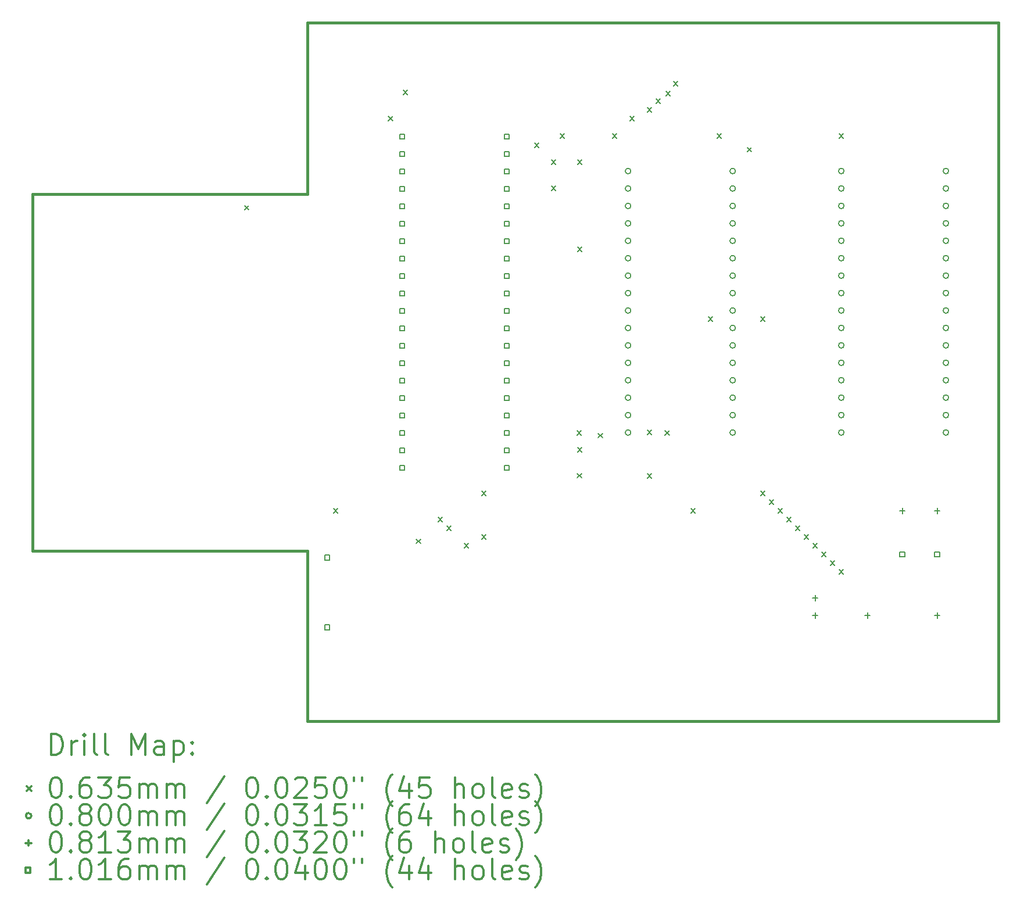
<source format=gbr>
%FSLAX45Y45*%
G04 Gerber Fmt 4.5, Leading zero omitted, Abs format (unit mm)*
G04 Created by KiCad (PCBNEW 5.1.10) date 2021-08-31 10:29:55*
%MOMM*%
%LPD*%
G01*
G04 APERTURE LIST*
%TA.AperFunction,Profile*%
%ADD10C,0.381000*%
%TD*%
%ADD11C,0.200000*%
%ADD12C,0.300000*%
G04 APERTURE END LIST*
D10*
X17018000Y-13481050D02*
X17018000Y-13031216D01*
X6951726Y-13481050D02*
X17018000Y-13481050D01*
X6951726Y-13081000D02*
X6951726Y-13481050D01*
X2951734Y-5797550D02*
X2951734Y-10997438D01*
X17018000Y-3302000D02*
X17018000Y-3702050D01*
X6951726Y-3302000D02*
X17018000Y-3302000D01*
X6951726Y-3702050D02*
X6951726Y-3302000D01*
X17018000Y-13031216D02*
X17018000Y-3702050D01*
X6951726Y-5797550D02*
X6951726Y-3702050D01*
X6951726Y-10997438D02*
X2951734Y-10997438D01*
X2951734Y-5797550D02*
X6951726Y-5797550D01*
X6951726Y-10997438D02*
X6951726Y-13081000D01*
D11*
X6036310Y-5965190D02*
X6099810Y-6028690D01*
X6099810Y-5965190D02*
X6036310Y-6028690D01*
X7334250Y-10382250D02*
X7397750Y-10445750D01*
X7397750Y-10382250D02*
X7334250Y-10445750D01*
X8135271Y-4667250D02*
X8198771Y-4730750D01*
X8198771Y-4667250D02*
X8135271Y-4730750D01*
X8350250Y-4286250D02*
X8413750Y-4349750D01*
X8413750Y-4286250D02*
X8350250Y-4349750D01*
X8540750Y-10826750D02*
X8604250Y-10890250D01*
X8604250Y-10826750D02*
X8540750Y-10890250D01*
X8858250Y-10509250D02*
X8921750Y-10572750D01*
X8921750Y-10509250D02*
X8858250Y-10572750D01*
X8985250Y-10636250D02*
X9048750Y-10699750D01*
X9048750Y-10636250D02*
X8985250Y-10699750D01*
X9239250Y-10890250D02*
X9302750Y-10953750D01*
X9302750Y-10890250D02*
X9239250Y-10953750D01*
X9493250Y-10128250D02*
X9556750Y-10191750D01*
X9556750Y-10128250D02*
X9493250Y-10191750D01*
X9493250Y-10763250D02*
X9556750Y-10826750D01*
X9556750Y-10763250D02*
X9493250Y-10826750D01*
X10261600Y-5054600D02*
X10325100Y-5118100D01*
X10325100Y-5054600D02*
X10261600Y-5118100D01*
X10509250Y-5302250D02*
X10572750Y-5365750D01*
X10572750Y-5302250D02*
X10509250Y-5365750D01*
X10509250Y-5683250D02*
X10572750Y-5746750D01*
X10572750Y-5683250D02*
X10509250Y-5746750D01*
X10636250Y-4921250D02*
X10699750Y-4984750D01*
X10699750Y-4921250D02*
X10636250Y-4984750D01*
X10881706Y-9247794D02*
X10945206Y-9311294D01*
X10945206Y-9247794D02*
X10881706Y-9311294D01*
X10883900Y-9867900D02*
X10947400Y-9931400D01*
X10947400Y-9867900D02*
X10883900Y-9931400D01*
X10890250Y-5302250D02*
X10953750Y-5365750D01*
X10953750Y-5302250D02*
X10890250Y-5365750D01*
X10890250Y-6572250D02*
X10953750Y-6635750D01*
X10953750Y-6572250D02*
X10890250Y-6635750D01*
X10890250Y-9493250D02*
X10953750Y-9556750D01*
X10953750Y-9493250D02*
X10890250Y-9556750D01*
X11189588Y-9284588D02*
X11253088Y-9348088D01*
X11253088Y-9284588D02*
X11189588Y-9348088D01*
X11398250Y-4921250D02*
X11461750Y-4984750D01*
X11461750Y-4921250D02*
X11398250Y-4984750D01*
X11652250Y-4667250D02*
X11715750Y-4730750D01*
X11715750Y-4667250D02*
X11652250Y-4730750D01*
X11906250Y-4540250D02*
X11969750Y-4603750D01*
X11969750Y-4540250D02*
X11906250Y-4603750D01*
X11906250Y-9239250D02*
X11969750Y-9302750D01*
X11969750Y-9239250D02*
X11906250Y-9302750D01*
X11906250Y-9874250D02*
X11969750Y-9937750D01*
X11969750Y-9874250D02*
X11906250Y-9937750D01*
X12033250Y-4413250D02*
X12096750Y-4476750D01*
X12096750Y-4413250D02*
X12033250Y-4476750D01*
X12165711Y-9244711D02*
X12229211Y-9308211D01*
X12229211Y-9244711D02*
X12165711Y-9308211D01*
X12175650Y-4301650D02*
X12239150Y-4365150D01*
X12239150Y-4301650D02*
X12175650Y-4365150D01*
X12287250Y-4159250D02*
X12350750Y-4222750D01*
X12350750Y-4159250D02*
X12287250Y-4222750D01*
X12541250Y-10382250D02*
X12604750Y-10445750D01*
X12604750Y-10382250D02*
X12541250Y-10445750D01*
X12795250Y-7588250D02*
X12858750Y-7651750D01*
X12858750Y-7588250D02*
X12795250Y-7651750D01*
X12922250Y-4921250D02*
X12985750Y-4984750D01*
X12985750Y-4921250D02*
X12922250Y-4984750D01*
X13361650Y-5116850D02*
X13425150Y-5180350D01*
X13425150Y-5116850D02*
X13361650Y-5180350D01*
X13557250Y-7588250D02*
X13620750Y-7651750D01*
X13620750Y-7588250D02*
X13557250Y-7651750D01*
X13557250Y-10128250D02*
X13620750Y-10191750D01*
X13620750Y-10128250D02*
X13557250Y-10191750D01*
X13684250Y-10255250D02*
X13747750Y-10318750D01*
X13747750Y-10255250D02*
X13684250Y-10318750D01*
X13811250Y-10382250D02*
X13874750Y-10445750D01*
X13874750Y-10382250D02*
X13811250Y-10445750D01*
X13938250Y-10509250D02*
X14001750Y-10572750D01*
X14001750Y-10509250D02*
X13938250Y-10572750D01*
X14065250Y-10636250D02*
X14128750Y-10699750D01*
X14128750Y-10636250D02*
X14065250Y-10699750D01*
X14192250Y-10763250D02*
X14255750Y-10826750D01*
X14255750Y-10763250D02*
X14192250Y-10826750D01*
X14319250Y-10890250D02*
X14382750Y-10953750D01*
X14382750Y-10890250D02*
X14319250Y-10953750D01*
X14446250Y-11017250D02*
X14509750Y-11080750D01*
X14509750Y-11017250D02*
X14446250Y-11080750D01*
X14573250Y-11144250D02*
X14636750Y-11207750D01*
X14636750Y-11144250D02*
X14573250Y-11207750D01*
X14700250Y-4921250D02*
X14763750Y-4984750D01*
X14763750Y-4921250D02*
X14700250Y-4984750D01*
X14700250Y-11271250D02*
X14763750Y-11334750D01*
X14763750Y-11271250D02*
X14700250Y-11334750D01*
X11665600Y-5462660D02*
G75*
G03*
X11665600Y-5462660I-40000J0D01*
G01*
X11665600Y-5716660D02*
G75*
G03*
X11665600Y-5716660I-40000J0D01*
G01*
X11665600Y-5970660D02*
G75*
G03*
X11665600Y-5970660I-40000J0D01*
G01*
X11665600Y-6224660D02*
G75*
G03*
X11665600Y-6224660I-40000J0D01*
G01*
X11665600Y-6478660D02*
G75*
G03*
X11665600Y-6478660I-40000J0D01*
G01*
X11665600Y-6732660D02*
G75*
G03*
X11665600Y-6732660I-40000J0D01*
G01*
X11665600Y-6986660D02*
G75*
G03*
X11665600Y-6986660I-40000J0D01*
G01*
X11665600Y-7240660D02*
G75*
G03*
X11665600Y-7240660I-40000J0D01*
G01*
X11665600Y-7494660D02*
G75*
G03*
X11665600Y-7494660I-40000J0D01*
G01*
X11665600Y-7748660D02*
G75*
G03*
X11665600Y-7748660I-40000J0D01*
G01*
X11665600Y-8002660D02*
G75*
G03*
X11665600Y-8002660I-40000J0D01*
G01*
X11665600Y-8256660D02*
G75*
G03*
X11665600Y-8256660I-40000J0D01*
G01*
X11665600Y-8510660D02*
G75*
G03*
X11665600Y-8510660I-40000J0D01*
G01*
X11665600Y-8764660D02*
G75*
G03*
X11665600Y-8764660I-40000J0D01*
G01*
X11665600Y-9018660D02*
G75*
G03*
X11665600Y-9018660I-40000J0D01*
G01*
X11665600Y-9272660D02*
G75*
G03*
X11665600Y-9272660I-40000J0D01*
G01*
X13189600Y-5462660D02*
G75*
G03*
X13189600Y-5462660I-40000J0D01*
G01*
X13189600Y-5716660D02*
G75*
G03*
X13189600Y-5716660I-40000J0D01*
G01*
X13189600Y-5970660D02*
G75*
G03*
X13189600Y-5970660I-40000J0D01*
G01*
X13189600Y-6224660D02*
G75*
G03*
X13189600Y-6224660I-40000J0D01*
G01*
X13189600Y-6478660D02*
G75*
G03*
X13189600Y-6478660I-40000J0D01*
G01*
X13189600Y-6732660D02*
G75*
G03*
X13189600Y-6732660I-40000J0D01*
G01*
X13189600Y-6986660D02*
G75*
G03*
X13189600Y-6986660I-40000J0D01*
G01*
X13189600Y-7240660D02*
G75*
G03*
X13189600Y-7240660I-40000J0D01*
G01*
X13189600Y-7494660D02*
G75*
G03*
X13189600Y-7494660I-40000J0D01*
G01*
X13189600Y-7748660D02*
G75*
G03*
X13189600Y-7748660I-40000J0D01*
G01*
X13189600Y-8002660D02*
G75*
G03*
X13189600Y-8002660I-40000J0D01*
G01*
X13189600Y-8256660D02*
G75*
G03*
X13189600Y-8256660I-40000J0D01*
G01*
X13189600Y-8510660D02*
G75*
G03*
X13189600Y-8510660I-40000J0D01*
G01*
X13189600Y-8764660D02*
G75*
G03*
X13189600Y-8764660I-40000J0D01*
G01*
X13189600Y-9018660D02*
G75*
G03*
X13189600Y-9018660I-40000J0D01*
G01*
X13189600Y-9272660D02*
G75*
G03*
X13189600Y-9272660I-40000J0D01*
G01*
X14772000Y-5462660D02*
G75*
G03*
X14772000Y-5462660I-40000J0D01*
G01*
X14772000Y-5716660D02*
G75*
G03*
X14772000Y-5716660I-40000J0D01*
G01*
X14772000Y-5970660D02*
G75*
G03*
X14772000Y-5970660I-40000J0D01*
G01*
X14772000Y-6224660D02*
G75*
G03*
X14772000Y-6224660I-40000J0D01*
G01*
X14772000Y-6478660D02*
G75*
G03*
X14772000Y-6478660I-40000J0D01*
G01*
X14772000Y-6732660D02*
G75*
G03*
X14772000Y-6732660I-40000J0D01*
G01*
X14772000Y-6986660D02*
G75*
G03*
X14772000Y-6986660I-40000J0D01*
G01*
X14772000Y-7240660D02*
G75*
G03*
X14772000Y-7240660I-40000J0D01*
G01*
X14772000Y-7494660D02*
G75*
G03*
X14772000Y-7494660I-40000J0D01*
G01*
X14772000Y-7748660D02*
G75*
G03*
X14772000Y-7748660I-40000J0D01*
G01*
X14772000Y-8002660D02*
G75*
G03*
X14772000Y-8002660I-40000J0D01*
G01*
X14772000Y-8256660D02*
G75*
G03*
X14772000Y-8256660I-40000J0D01*
G01*
X14772000Y-8510660D02*
G75*
G03*
X14772000Y-8510660I-40000J0D01*
G01*
X14772000Y-8764660D02*
G75*
G03*
X14772000Y-8764660I-40000J0D01*
G01*
X14772000Y-9018660D02*
G75*
G03*
X14772000Y-9018660I-40000J0D01*
G01*
X14772000Y-9272660D02*
G75*
G03*
X14772000Y-9272660I-40000J0D01*
G01*
X16296000Y-5462660D02*
G75*
G03*
X16296000Y-5462660I-40000J0D01*
G01*
X16296000Y-5716660D02*
G75*
G03*
X16296000Y-5716660I-40000J0D01*
G01*
X16296000Y-5970660D02*
G75*
G03*
X16296000Y-5970660I-40000J0D01*
G01*
X16296000Y-6224660D02*
G75*
G03*
X16296000Y-6224660I-40000J0D01*
G01*
X16296000Y-6478660D02*
G75*
G03*
X16296000Y-6478660I-40000J0D01*
G01*
X16296000Y-6732660D02*
G75*
G03*
X16296000Y-6732660I-40000J0D01*
G01*
X16296000Y-6986660D02*
G75*
G03*
X16296000Y-6986660I-40000J0D01*
G01*
X16296000Y-7240660D02*
G75*
G03*
X16296000Y-7240660I-40000J0D01*
G01*
X16296000Y-7494660D02*
G75*
G03*
X16296000Y-7494660I-40000J0D01*
G01*
X16296000Y-7748660D02*
G75*
G03*
X16296000Y-7748660I-40000J0D01*
G01*
X16296000Y-8002660D02*
G75*
G03*
X16296000Y-8002660I-40000J0D01*
G01*
X16296000Y-8256660D02*
G75*
G03*
X16296000Y-8256660I-40000J0D01*
G01*
X16296000Y-8510660D02*
G75*
G03*
X16296000Y-8510660I-40000J0D01*
G01*
X16296000Y-8764660D02*
G75*
G03*
X16296000Y-8764660I-40000J0D01*
G01*
X16296000Y-9018660D02*
G75*
G03*
X16296000Y-9018660I-40000J0D01*
G01*
X16296000Y-9272660D02*
G75*
G03*
X16296000Y-9272660I-40000J0D01*
G01*
X14351000Y-11643360D02*
X14351000Y-11724640D01*
X14310360Y-11684000D02*
X14391640Y-11684000D01*
X14351000Y-11897360D02*
X14351000Y-11978640D01*
X14310360Y-11938000D02*
X14391640Y-11938000D01*
X15113000Y-11897360D02*
X15113000Y-11978640D01*
X15072360Y-11938000D02*
X15153640Y-11938000D01*
X15621000Y-10373360D02*
X15621000Y-10454640D01*
X15580360Y-10414000D02*
X15661640Y-10414000D01*
X16129000Y-10373360D02*
X16129000Y-10454640D01*
X16088360Y-10414000D02*
X16169640Y-10414000D01*
X16129000Y-11897360D02*
X16129000Y-11978640D01*
X16088360Y-11938000D02*
X16169640Y-11938000D01*
X7280255Y-11129371D02*
X7280255Y-11057529D01*
X7208413Y-11057529D01*
X7208413Y-11129371D01*
X7280255Y-11129371D01*
X7280255Y-12145371D02*
X7280255Y-12073529D01*
X7208413Y-12073529D01*
X7208413Y-12145371D01*
X7280255Y-12145371D01*
X8372455Y-4995271D02*
X8372455Y-4923429D01*
X8300613Y-4923429D01*
X8300613Y-4995271D01*
X8372455Y-4995271D01*
X8372455Y-5249271D02*
X8372455Y-5177429D01*
X8300613Y-5177429D01*
X8300613Y-5249271D01*
X8372455Y-5249271D01*
X8372455Y-5503271D02*
X8372455Y-5431429D01*
X8300613Y-5431429D01*
X8300613Y-5503271D01*
X8372455Y-5503271D01*
X8372455Y-5757271D02*
X8372455Y-5685429D01*
X8300613Y-5685429D01*
X8300613Y-5757271D01*
X8372455Y-5757271D01*
X8372455Y-6011271D02*
X8372455Y-5939429D01*
X8300613Y-5939429D01*
X8300613Y-6011271D01*
X8372455Y-6011271D01*
X8372455Y-6265271D02*
X8372455Y-6193429D01*
X8300613Y-6193429D01*
X8300613Y-6265271D01*
X8372455Y-6265271D01*
X8372455Y-6519271D02*
X8372455Y-6447429D01*
X8300613Y-6447429D01*
X8300613Y-6519271D01*
X8372455Y-6519271D01*
X8372455Y-6773271D02*
X8372455Y-6701429D01*
X8300613Y-6701429D01*
X8300613Y-6773271D01*
X8372455Y-6773271D01*
X8372455Y-7027271D02*
X8372455Y-6955429D01*
X8300613Y-6955429D01*
X8300613Y-7027271D01*
X8372455Y-7027271D01*
X8372455Y-7281271D02*
X8372455Y-7209429D01*
X8300613Y-7209429D01*
X8300613Y-7281271D01*
X8372455Y-7281271D01*
X8372455Y-7535271D02*
X8372455Y-7463429D01*
X8300613Y-7463429D01*
X8300613Y-7535271D01*
X8372455Y-7535271D01*
X8372455Y-7789271D02*
X8372455Y-7717429D01*
X8300613Y-7717429D01*
X8300613Y-7789271D01*
X8372455Y-7789271D01*
X8372455Y-8043271D02*
X8372455Y-7971429D01*
X8300613Y-7971429D01*
X8300613Y-8043271D01*
X8372455Y-8043271D01*
X8372455Y-8297271D02*
X8372455Y-8225429D01*
X8300613Y-8225429D01*
X8300613Y-8297271D01*
X8372455Y-8297271D01*
X8372455Y-8551271D02*
X8372455Y-8479429D01*
X8300613Y-8479429D01*
X8300613Y-8551271D01*
X8372455Y-8551271D01*
X8372455Y-8805271D02*
X8372455Y-8733429D01*
X8300613Y-8733429D01*
X8300613Y-8805271D01*
X8372455Y-8805271D01*
X8372455Y-9059271D02*
X8372455Y-8987429D01*
X8300613Y-8987429D01*
X8300613Y-9059271D01*
X8372455Y-9059271D01*
X8372455Y-9313271D02*
X8372455Y-9241429D01*
X8300613Y-9241429D01*
X8300613Y-9313271D01*
X8372455Y-9313271D01*
X8372455Y-9567271D02*
X8372455Y-9495429D01*
X8300613Y-9495429D01*
X8300613Y-9567271D01*
X8372455Y-9567271D01*
X8372455Y-9821271D02*
X8372455Y-9749429D01*
X8300613Y-9749429D01*
X8300613Y-9821271D01*
X8372455Y-9821271D01*
X9896455Y-4995271D02*
X9896455Y-4923429D01*
X9824613Y-4923429D01*
X9824613Y-4995271D01*
X9896455Y-4995271D01*
X9896455Y-5249271D02*
X9896455Y-5177429D01*
X9824613Y-5177429D01*
X9824613Y-5249271D01*
X9896455Y-5249271D01*
X9896455Y-5503271D02*
X9896455Y-5431429D01*
X9824613Y-5431429D01*
X9824613Y-5503271D01*
X9896455Y-5503271D01*
X9896455Y-5757271D02*
X9896455Y-5685429D01*
X9824613Y-5685429D01*
X9824613Y-5757271D01*
X9896455Y-5757271D01*
X9896455Y-6011271D02*
X9896455Y-5939429D01*
X9824613Y-5939429D01*
X9824613Y-6011271D01*
X9896455Y-6011271D01*
X9896455Y-6265271D02*
X9896455Y-6193429D01*
X9824613Y-6193429D01*
X9824613Y-6265271D01*
X9896455Y-6265271D01*
X9896455Y-6519271D02*
X9896455Y-6447429D01*
X9824613Y-6447429D01*
X9824613Y-6519271D01*
X9896455Y-6519271D01*
X9896455Y-6773271D02*
X9896455Y-6701429D01*
X9824613Y-6701429D01*
X9824613Y-6773271D01*
X9896455Y-6773271D01*
X9896455Y-7027271D02*
X9896455Y-6955429D01*
X9824613Y-6955429D01*
X9824613Y-7027271D01*
X9896455Y-7027271D01*
X9896455Y-7281271D02*
X9896455Y-7209429D01*
X9824613Y-7209429D01*
X9824613Y-7281271D01*
X9896455Y-7281271D01*
X9896455Y-7535271D02*
X9896455Y-7463429D01*
X9824613Y-7463429D01*
X9824613Y-7535271D01*
X9896455Y-7535271D01*
X9896455Y-7789271D02*
X9896455Y-7717429D01*
X9824613Y-7717429D01*
X9824613Y-7789271D01*
X9896455Y-7789271D01*
X9896455Y-8043271D02*
X9896455Y-7971429D01*
X9824613Y-7971429D01*
X9824613Y-8043271D01*
X9896455Y-8043271D01*
X9896455Y-8297271D02*
X9896455Y-8225429D01*
X9824613Y-8225429D01*
X9824613Y-8297271D01*
X9896455Y-8297271D01*
X9896455Y-8551271D02*
X9896455Y-8479429D01*
X9824613Y-8479429D01*
X9824613Y-8551271D01*
X9896455Y-8551271D01*
X9896455Y-8805271D02*
X9896455Y-8733429D01*
X9824613Y-8733429D01*
X9824613Y-8805271D01*
X9896455Y-8805271D01*
X9896455Y-9059271D02*
X9896455Y-8987429D01*
X9824613Y-8987429D01*
X9824613Y-9059271D01*
X9896455Y-9059271D01*
X9896455Y-9313271D02*
X9896455Y-9241429D01*
X9824613Y-9241429D01*
X9824613Y-9313271D01*
X9896455Y-9313271D01*
X9896455Y-9567271D02*
X9896455Y-9495429D01*
X9824613Y-9495429D01*
X9824613Y-9567271D01*
X9896455Y-9567271D01*
X9896455Y-9821271D02*
X9896455Y-9749429D01*
X9824613Y-9749429D01*
X9824613Y-9821271D01*
X9896455Y-9821271D01*
X15656921Y-11084921D02*
X15656921Y-11013079D01*
X15585079Y-11013079D01*
X15585079Y-11084921D01*
X15656921Y-11084921D01*
X16164921Y-11084921D02*
X16164921Y-11013079D01*
X16093079Y-11013079D01*
X16093079Y-11084921D01*
X16164921Y-11084921D01*
D12*
X3219112Y-13965814D02*
X3219112Y-13665814D01*
X3290541Y-13665814D01*
X3333398Y-13680100D01*
X3361970Y-13708671D01*
X3376255Y-13737243D01*
X3390541Y-13794386D01*
X3390541Y-13837243D01*
X3376255Y-13894386D01*
X3361970Y-13922957D01*
X3333398Y-13951529D01*
X3290541Y-13965814D01*
X3219112Y-13965814D01*
X3519112Y-13965814D02*
X3519112Y-13765814D01*
X3519112Y-13822957D02*
X3533398Y-13794386D01*
X3547684Y-13780100D01*
X3576255Y-13765814D01*
X3604827Y-13765814D01*
X3704827Y-13965814D02*
X3704827Y-13765814D01*
X3704827Y-13665814D02*
X3690541Y-13680100D01*
X3704827Y-13694386D01*
X3719112Y-13680100D01*
X3704827Y-13665814D01*
X3704827Y-13694386D01*
X3890541Y-13965814D02*
X3861970Y-13951529D01*
X3847684Y-13922957D01*
X3847684Y-13665814D01*
X4047684Y-13965814D02*
X4019112Y-13951529D01*
X4004827Y-13922957D01*
X4004827Y-13665814D01*
X4390541Y-13965814D02*
X4390541Y-13665814D01*
X4490541Y-13880100D01*
X4590541Y-13665814D01*
X4590541Y-13965814D01*
X4861970Y-13965814D02*
X4861970Y-13808671D01*
X4847684Y-13780100D01*
X4819112Y-13765814D01*
X4761970Y-13765814D01*
X4733398Y-13780100D01*
X4861970Y-13951529D02*
X4833398Y-13965814D01*
X4761970Y-13965814D01*
X4733398Y-13951529D01*
X4719112Y-13922957D01*
X4719112Y-13894386D01*
X4733398Y-13865814D01*
X4761970Y-13851529D01*
X4833398Y-13851529D01*
X4861970Y-13837243D01*
X5004827Y-13765814D02*
X5004827Y-14065814D01*
X5004827Y-13780100D02*
X5033398Y-13765814D01*
X5090541Y-13765814D01*
X5119112Y-13780100D01*
X5133398Y-13794386D01*
X5147684Y-13822957D01*
X5147684Y-13908671D01*
X5133398Y-13937243D01*
X5119112Y-13951529D01*
X5090541Y-13965814D01*
X5033398Y-13965814D01*
X5004827Y-13951529D01*
X5276255Y-13937243D02*
X5290541Y-13951529D01*
X5276255Y-13965814D01*
X5261970Y-13951529D01*
X5276255Y-13937243D01*
X5276255Y-13965814D01*
X5276255Y-13780100D02*
X5290541Y-13794386D01*
X5276255Y-13808671D01*
X5261970Y-13794386D01*
X5276255Y-13780100D01*
X5276255Y-13808671D01*
X2869184Y-14428350D02*
X2932684Y-14491850D01*
X2932684Y-14428350D02*
X2869184Y-14491850D01*
X3276255Y-14295814D02*
X3304827Y-14295814D01*
X3333398Y-14310100D01*
X3347684Y-14324386D01*
X3361970Y-14352957D01*
X3376255Y-14410100D01*
X3376255Y-14481529D01*
X3361970Y-14538671D01*
X3347684Y-14567243D01*
X3333398Y-14581529D01*
X3304827Y-14595814D01*
X3276255Y-14595814D01*
X3247684Y-14581529D01*
X3233398Y-14567243D01*
X3219112Y-14538671D01*
X3204827Y-14481529D01*
X3204827Y-14410100D01*
X3219112Y-14352957D01*
X3233398Y-14324386D01*
X3247684Y-14310100D01*
X3276255Y-14295814D01*
X3504827Y-14567243D02*
X3519112Y-14581529D01*
X3504827Y-14595814D01*
X3490541Y-14581529D01*
X3504827Y-14567243D01*
X3504827Y-14595814D01*
X3776255Y-14295814D02*
X3719112Y-14295814D01*
X3690541Y-14310100D01*
X3676255Y-14324386D01*
X3647684Y-14367243D01*
X3633398Y-14424386D01*
X3633398Y-14538671D01*
X3647684Y-14567243D01*
X3661970Y-14581529D01*
X3690541Y-14595814D01*
X3747684Y-14595814D01*
X3776255Y-14581529D01*
X3790541Y-14567243D01*
X3804827Y-14538671D01*
X3804827Y-14467243D01*
X3790541Y-14438671D01*
X3776255Y-14424386D01*
X3747684Y-14410100D01*
X3690541Y-14410100D01*
X3661970Y-14424386D01*
X3647684Y-14438671D01*
X3633398Y-14467243D01*
X3904827Y-14295814D02*
X4090541Y-14295814D01*
X3990541Y-14410100D01*
X4033398Y-14410100D01*
X4061970Y-14424386D01*
X4076255Y-14438671D01*
X4090541Y-14467243D01*
X4090541Y-14538671D01*
X4076255Y-14567243D01*
X4061970Y-14581529D01*
X4033398Y-14595814D01*
X3947684Y-14595814D01*
X3919112Y-14581529D01*
X3904827Y-14567243D01*
X4361970Y-14295814D02*
X4219112Y-14295814D01*
X4204827Y-14438671D01*
X4219112Y-14424386D01*
X4247684Y-14410100D01*
X4319112Y-14410100D01*
X4347684Y-14424386D01*
X4361970Y-14438671D01*
X4376255Y-14467243D01*
X4376255Y-14538671D01*
X4361970Y-14567243D01*
X4347684Y-14581529D01*
X4319112Y-14595814D01*
X4247684Y-14595814D01*
X4219112Y-14581529D01*
X4204827Y-14567243D01*
X4504827Y-14595814D02*
X4504827Y-14395814D01*
X4504827Y-14424386D02*
X4519112Y-14410100D01*
X4547684Y-14395814D01*
X4590541Y-14395814D01*
X4619112Y-14410100D01*
X4633398Y-14438671D01*
X4633398Y-14595814D01*
X4633398Y-14438671D02*
X4647684Y-14410100D01*
X4676255Y-14395814D01*
X4719112Y-14395814D01*
X4747684Y-14410100D01*
X4761970Y-14438671D01*
X4761970Y-14595814D01*
X4904827Y-14595814D02*
X4904827Y-14395814D01*
X4904827Y-14424386D02*
X4919112Y-14410100D01*
X4947684Y-14395814D01*
X4990541Y-14395814D01*
X5019112Y-14410100D01*
X5033398Y-14438671D01*
X5033398Y-14595814D01*
X5033398Y-14438671D02*
X5047684Y-14410100D01*
X5076255Y-14395814D01*
X5119112Y-14395814D01*
X5147684Y-14410100D01*
X5161970Y-14438671D01*
X5161970Y-14595814D01*
X5747684Y-14281529D02*
X5490541Y-14667243D01*
X6133398Y-14295814D02*
X6161970Y-14295814D01*
X6190541Y-14310100D01*
X6204827Y-14324386D01*
X6219112Y-14352957D01*
X6233398Y-14410100D01*
X6233398Y-14481529D01*
X6219112Y-14538671D01*
X6204827Y-14567243D01*
X6190541Y-14581529D01*
X6161970Y-14595814D01*
X6133398Y-14595814D01*
X6104827Y-14581529D01*
X6090541Y-14567243D01*
X6076255Y-14538671D01*
X6061970Y-14481529D01*
X6061970Y-14410100D01*
X6076255Y-14352957D01*
X6090541Y-14324386D01*
X6104827Y-14310100D01*
X6133398Y-14295814D01*
X6361970Y-14567243D02*
X6376255Y-14581529D01*
X6361970Y-14595814D01*
X6347684Y-14581529D01*
X6361970Y-14567243D01*
X6361970Y-14595814D01*
X6561970Y-14295814D02*
X6590541Y-14295814D01*
X6619112Y-14310100D01*
X6633398Y-14324386D01*
X6647684Y-14352957D01*
X6661970Y-14410100D01*
X6661970Y-14481529D01*
X6647684Y-14538671D01*
X6633398Y-14567243D01*
X6619112Y-14581529D01*
X6590541Y-14595814D01*
X6561970Y-14595814D01*
X6533398Y-14581529D01*
X6519112Y-14567243D01*
X6504827Y-14538671D01*
X6490541Y-14481529D01*
X6490541Y-14410100D01*
X6504827Y-14352957D01*
X6519112Y-14324386D01*
X6533398Y-14310100D01*
X6561970Y-14295814D01*
X6776255Y-14324386D02*
X6790541Y-14310100D01*
X6819112Y-14295814D01*
X6890541Y-14295814D01*
X6919112Y-14310100D01*
X6933398Y-14324386D01*
X6947684Y-14352957D01*
X6947684Y-14381529D01*
X6933398Y-14424386D01*
X6761970Y-14595814D01*
X6947684Y-14595814D01*
X7219112Y-14295814D02*
X7076255Y-14295814D01*
X7061970Y-14438671D01*
X7076255Y-14424386D01*
X7104827Y-14410100D01*
X7176255Y-14410100D01*
X7204827Y-14424386D01*
X7219112Y-14438671D01*
X7233398Y-14467243D01*
X7233398Y-14538671D01*
X7219112Y-14567243D01*
X7204827Y-14581529D01*
X7176255Y-14595814D01*
X7104827Y-14595814D01*
X7076255Y-14581529D01*
X7061970Y-14567243D01*
X7419112Y-14295814D02*
X7447684Y-14295814D01*
X7476255Y-14310100D01*
X7490541Y-14324386D01*
X7504827Y-14352957D01*
X7519112Y-14410100D01*
X7519112Y-14481529D01*
X7504827Y-14538671D01*
X7490541Y-14567243D01*
X7476255Y-14581529D01*
X7447684Y-14595814D01*
X7419112Y-14595814D01*
X7390541Y-14581529D01*
X7376255Y-14567243D01*
X7361970Y-14538671D01*
X7347684Y-14481529D01*
X7347684Y-14410100D01*
X7361970Y-14352957D01*
X7376255Y-14324386D01*
X7390541Y-14310100D01*
X7419112Y-14295814D01*
X7633398Y-14295814D02*
X7633398Y-14352957D01*
X7747684Y-14295814D02*
X7747684Y-14352957D01*
X8190541Y-14710100D02*
X8176255Y-14695814D01*
X8147684Y-14652957D01*
X8133398Y-14624386D01*
X8119112Y-14581529D01*
X8104827Y-14510100D01*
X8104827Y-14452957D01*
X8119112Y-14381529D01*
X8133398Y-14338671D01*
X8147684Y-14310100D01*
X8176255Y-14267243D01*
X8190541Y-14252957D01*
X8433398Y-14395814D02*
X8433398Y-14595814D01*
X8361970Y-14281529D02*
X8290541Y-14495814D01*
X8476255Y-14495814D01*
X8733398Y-14295814D02*
X8590541Y-14295814D01*
X8576255Y-14438671D01*
X8590541Y-14424386D01*
X8619112Y-14410100D01*
X8690541Y-14410100D01*
X8719112Y-14424386D01*
X8733398Y-14438671D01*
X8747684Y-14467243D01*
X8747684Y-14538671D01*
X8733398Y-14567243D01*
X8719112Y-14581529D01*
X8690541Y-14595814D01*
X8619112Y-14595814D01*
X8590541Y-14581529D01*
X8576255Y-14567243D01*
X9104827Y-14595814D02*
X9104827Y-14295814D01*
X9233398Y-14595814D02*
X9233398Y-14438671D01*
X9219112Y-14410100D01*
X9190541Y-14395814D01*
X9147684Y-14395814D01*
X9119112Y-14410100D01*
X9104827Y-14424386D01*
X9419112Y-14595814D02*
X9390541Y-14581529D01*
X9376255Y-14567243D01*
X9361970Y-14538671D01*
X9361970Y-14452957D01*
X9376255Y-14424386D01*
X9390541Y-14410100D01*
X9419112Y-14395814D01*
X9461970Y-14395814D01*
X9490541Y-14410100D01*
X9504827Y-14424386D01*
X9519112Y-14452957D01*
X9519112Y-14538671D01*
X9504827Y-14567243D01*
X9490541Y-14581529D01*
X9461970Y-14595814D01*
X9419112Y-14595814D01*
X9690541Y-14595814D02*
X9661970Y-14581529D01*
X9647684Y-14552957D01*
X9647684Y-14295814D01*
X9919112Y-14581529D02*
X9890541Y-14595814D01*
X9833398Y-14595814D01*
X9804827Y-14581529D01*
X9790541Y-14552957D01*
X9790541Y-14438671D01*
X9804827Y-14410100D01*
X9833398Y-14395814D01*
X9890541Y-14395814D01*
X9919112Y-14410100D01*
X9933398Y-14438671D01*
X9933398Y-14467243D01*
X9790541Y-14495814D01*
X10047684Y-14581529D02*
X10076255Y-14595814D01*
X10133398Y-14595814D01*
X10161970Y-14581529D01*
X10176255Y-14552957D01*
X10176255Y-14538671D01*
X10161970Y-14510100D01*
X10133398Y-14495814D01*
X10090541Y-14495814D01*
X10061970Y-14481529D01*
X10047684Y-14452957D01*
X10047684Y-14438671D01*
X10061970Y-14410100D01*
X10090541Y-14395814D01*
X10133398Y-14395814D01*
X10161970Y-14410100D01*
X10276255Y-14710100D02*
X10290541Y-14695814D01*
X10319112Y-14652957D01*
X10333398Y-14624386D01*
X10347684Y-14581529D01*
X10361970Y-14510100D01*
X10361970Y-14452957D01*
X10347684Y-14381529D01*
X10333398Y-14338671D01*
X10319112Y-14310100D01*
X10290541Y-14267243D01*
X10276255Y-14252957D01*
X2932684Y-14856100D02*
G75*
G03*
X2932684Y-14856100I-40000J0D01*
G01*
X3276255Y-14691814D02*
X3304827Y-14691814D01*
X3333398Y-14706100D01*
X3347684Y-14720386D01*
X3361970Y-14748957D01*
X3376255Y-14806100D01*
X3376255Y-14877529D01*
X3361970Y-14934671D01*
X3347684Y-14963243D01*
X3333398Y-14977529D01*
X3304827Y-14991814D01*
X3276255Y-14991814D01*
X3247684Y-14977529D01*
X3233398Y-14963243D01*
X3219112Y-14934671D01*
X3204827Y-14877529D01*
X3204827Y-14806100D01*
X3219112Y-14748957D01*
X3233398Y-14720386D01*
X3247684Y-14706100D01*
X3276255Y-14691814D01*
X3504827Y-14963243D02*
X3519112Y-14977529D01*
X3504827Y-14991814D01*
X3490541Y-14977529D01*
X3504827Y-14963243D01*
X3504827Y-14991814D01*
X3690541Y-14820386D02*
X3661970Y-14806100D01*
X3647684Y-14791814D01*
X3633398Y-14763243D01*
X3633398Y-14748957D01*
X3647684Y-14720386D01*
X3661970Y-14706100D01*
X3690541Y-14691814D01*
X3747684Y-14691814D01*
X3776255Y-14706100D01*
X3790541Y-14720386D01*
X3804827Y-14748957D01*
X3804827Y-14763243D01*
X3790541Y-14791814D01*
X3776255Y-14806100D01*
X3747684Y-14820386D01*
X3690541Y-14820386D01*
X3661970Y-14834671D01*
X3647684Y-14848957D01*
X3633398Y-14877529D01*
X3633398Y-14934671D01*
X3647684Y-14963243D01*
X3661970Y-14977529D01*
X3690541Y-14991814D01*
X3747684Y-14991814D01*
X3776255Y-14977529D01*
X3790541Y-14963243D01*
X3804827Y-14934671D01*
X3804827Y-14877529D01*
X3790541Y-14848957D01*
X3776255Y-14834671D01*
X3747684Y-14820386D01*
X3990541Y-14691814D02*
X4019112Y-14691814D01*
X4047684Y-14706100D01*
X4061970Y-14720386D01*
X4076255Y-14748957D01*
X4090541Y-14806100D01*
X4090541Y-14877529D01*
X4076255Y-14934671D01*
X4061970Y-14963243D01*
X4047684Y-14977529D01*
X4019112Y-14991814D01*
X3990541Y-14991814D01*
X3961970Y-14977529D01*
X3947684Y-14963243D01*
X3933398Y-14934671D01*
X3919112Y-14877529D01*
X3919112Y-14806100D01*
X3933398Y-14748957D01*
X3947684Y-14720386D01*
X3961970Y-14706100D01*
X3990541Y-14691814D01*
X4276255Y-14691814D02*
X4304827Y-14691814D01*
X4333398Y-14706100D01*
X4347684Y-14720386D01*
X4361970Y-14748957D01*
X4376255Y-14806100D01*
X4376255Y-14877529D01*
X4361970Y-14934671D01*
X4347684Y-14963243D01*
X4333398Y-14977529D01*
X4304827Y-14991814D01*
X4276255Y-14991814D01*
X4247684Y-14977529D01*
X4233398Y-14963243D01*
X4219112Y-14934671D01*
X4204827Y-14877529D01*
X4204827Y-14806100D01*
X4219112Y-14748957D01*
X4233398Y-14720386D01*
X4247684Y-14706100D01*
X4276255Y-14691814D01*
X4504827Y-14991814D02*
X4504827Y-14791814D01*
X4504827Y-14820386D02*
X4519112Y-14806100D01*
X4547684Y-14791814D01*
X4590541Y-14791814D01*
X4619112Y-14806100D01*
X4633398Y-14834671D01*
X4633398Y-14991814D01*
X4633398Y-14834671D02*
X4647684Y-14806100D01*
X4676255Y-14791814D01*
X4719112Y-14791814D01*
X4747684Y-14806100D01*
X4761970Y-14834671D01*
X4761970Y-14991814D01*
X4904827Y-14991814D02*
X4904827Y-14791814D01*
X4904827Y-14820386D02*
X4919112Y-14806100D01*
X4947684Y-14791814D01*
X4990541Y-14791814D01*
X5019112Y-14806100D01*
X5033398Y-14834671D01*
X5033398Y-14991814D01*
X5033398Y-14834671D02*
X5047684Y-14806100D01*
X5076255Y-14791814D01*
X5119112Y-14791814D01*
X5147684Y-14806100D01*
X5161970Y-14834671D01*
X5161970Y-14991814D01*
X5747684Y-14677529D02*
X5490541Y-15063243D01*
X6133398Y-14691814D02*
X6161970Y-14691814D01*
X6190541Y-14706100D01*
X6204827Y-14720386D01*
X6219112Y-14748957D01*
X6233398Y-14806100D01*
X6233398Y-14877529D01*
X6219112Y-14934671D01*
X6204827Y-14963243D01*
X6190541Y-14977529D01*
X6161970Y-14991814D01*
X6133398Y-14991814D01*
X6104827Y-14977529D01*
X6090541Y-14963243D01*
X6076255Y-14934671D01*
X6061970Y-14877529D01*
X6061970Y-14806100D01*
X6076255Y-14748957D01*
X6090541Y-14720386D01*
X6104827Y-14706100D01*
X6133398Y-14691814D01*
X6361970Y-14963243D02*
X6376255Y-14977529D01*
X6361970Y-14991814D01*
X6347684Y-14977529D01*
X6361970Y-14963243D01*
X6361970Y-14991814D01*
X6561970Y-14691814D02*
X6590541Y-14691814D01*
X6619112Y-14706100D01*
X6633398Y-14720386D01*
X6647684Y-14748957D01*
X6661970Y-14806100D01*
X6661970Y-14877529D01*
X6647684Y-14934671D01*
X6633398Y-14963243D01*
X6619112Y-14977529D01*
X6590541Y-14991814D01*
X6561970Y-14991814D01*
X6533398Y-14977529D01*
X6519112Y-14963243D01*
X6504827Y-14934671D01*
X6490541Y-14877529D01*
X6490541Y-14806100D01*
X6504827Y-14748957D01*
X6519112Y-14720386D01*
X6533398Y-14706100D01*
X6561970Y-14691814D01*
X6761970Y-14691814D02*
X6947684Y-14691814D01*
X6847684Y-14806100D01*
X6890541Y-14806100D01*
X6919112Y-14820386D01*
X6933398Y-14834671D01*
X6947684Y-14863243D01*
X6947684Y-14934671D01*
X6933398Y-14963243D01*
X6919112Y-14977529D01*
X6890541Y-14991814D01*
X6804827Y-14991814D01*
X6776255Y-14977529D01*
X6761970Y-14963243D01*
X7233398Y-14991814D02*
X7061970Y-14991814D01*
X7147684Y-14991814D02*
X7147684Y-14691814D01*
X7119112Y-14734671D01*
X7090541Y-14763243D01*
X7061970Y-14777529D01*
X7504827Y-14691814D02*
X7361970Y-14691814D01*
X7347684Y-14834671D01*
X7361970Y-14820386D01*
X7390541Y-14806100D01*
X7461970Y-14806100D01*
X7490541Y-14820386D01*
X7504827Y-14834671D01*
X7519112Y-14863243D01*
X7519112Y-14934671D01*
X7504827Y-14963243D01*
X7490541Y-14977529D01*
X7461970Y-14991814D01*
X7390541Y-14991814D01*
X7361970Y-14977529D01*
X7347684Y-14963243D01*
X7633398Y-14691814D02*
X7633398Y-14748957D01*
X7747684Y-14691814D02*
X7747684Y-14748957D01*
X8190541Y-15106100D02*
X8176255Y-15091814D01*
X8147684Y-15048957D01*
X8133398Y-15020386D01*
X8119112Y-14977529D01*
X8104827Y-14906100D01*
X8104827Y-14848957D01*
X8119112Y-14777529D01*
X8133398Y-14734671D01*
X8147684Y-14706100D01*
X8176255Y-14663243D01*
X8190541Y-14648957D01*
X8433398Y-14691814D02*
X8376255Y-14691814D01*
X8347684Y-14706100D01*
X8333398Y-14720386D01*
X8304827Y-14763243D01*
X8290541Y-14820386D01*
X8290541Y-14934671D01*
X8304827Y-14963243D01*
X8319112Y-14977529D01*
X8347684Y-14991814D01*
X8404827Y-14991814D01*
X8433398Y-14977529D01*
X8447684Y-14963243D01*
X8461970Y-14934671D01*
X8461970Y-14863243D01*
X8447684Y-14834671D01*
X8433398Y-14820386D01*
X8404827Y-14806100D01*
X8347684Y-14806100D01*
X8319112Y-14820386D01*
X8304827Y-14834671D01*
X8290541Y-14863243D01*
X8719112Y-14791814D02*
X8719112Y-14991814D01*
X8647684Y-14677529D02*
X8576255Y-14891814D01*
X8761970Y-14891814D01*
X9104827Y-14991814D02*
X9104827Y-14691814D01*
X9233398Y-14991814D02*
X9233398Y-14834671D01*
X9219112Y-14806100D01*
X9190541Y-14791814D01*
X9147684Y-14791814D01*
X9119112Y-14806100D01*
X9104827Y-14820386D01*
X9419112Y-14991814D02*
X9390541Y-14977529D01*
X9376255Y-14963243D01*
X9361970Y-14934671D01*
X9361970Y-14848957D01*
X9376255Y-14820386D01*
X9390541Y-14806100D01*
X9419112Y-14791814D01*
X9461970Y-14791814D01*
X9490541Y-14806100D01*
X9504827Y-14820386D01*
X9519112Y-14848957D01*
X9519112Y-14934671D01*
X9504827Y-14963243D01*
X9490541Y-14977529D01*
X9461970Y-14991814D01*
X9419112Y-14991814D01*
X9690541Y-14991814D02*
X9661970Y-14977529D01*
X9647684Y-14948957D01*
X9647684Y-14691814D01*
X9919112Y-14977529D02*
X9890541Y-14991814D01*
X9833398Y-14991814D01*
X9804827Y-14977529D01*
X9790541Y-14948957D01*
X9790541Y-14834671D01*
X9804827Y-14806100D01*
X9833398Y-14791814D01*
X9890541Y-14791814D01*
X9919112Y-14806100D01*
X9933398Y-14834671D01*
X9933398Y-14863243D01*
X9790541Y-14891814D01*
X10047684Y-14977529D02*
X10076255Y-14991814D01*
X10133398Y-14991814D01*
X10161970Y-14977529D01*
X10176255Y-14948957D01*
X10176255Y-14934671D01*
X10161970Y-14906100D01*
X10133398Y-14891814D01*
X10090541Y-14891814D01*
X10061970Y-14877529D01*
X10047684Y-14848957D01*
X10047684Y-14834671D01*
X10061970Y-14806100D01*
X10090541Y-14791814D01*
X10133398Y-14791814D01*
X10161970Y-14806100D01*
X10276255Y-15106100D02*
X10290541Y-15091814D01*
X10319112Y-15048957D01*
X10333398Y-15020386D01*
X10347684Y-14977529D01*
X10361970Y-14906100D01*
X10361970Y-14848957D01*
X10347684Y-14777529D01*
X10333398Y-14734671D01*
X10319112Y-14706100D01*
X10290541Y-14663243D01*
X10276255Y-14648957D01*
X2892044Y-15211460D02*
X2892044Y-15292740D01*
X2851404Y-15252100D02*
X2932684Y-15252100D01*
X3276255Y-15087814D02*
X3304827Y-15087814D01*
X3333398Y-15102100D01*
X3347684Y-15116386D01*
X3361970Y-15144957D01*
X3376255Y-15202100D01*
X3376255Y-15273529D01*
X3361970Y-15330671D01*
X3347684Y-15359243D01*
X3333398Y-15373529D01*
X3304827Y-15387814D01*
X3276255Y-15387814D01*
X3247684Y-15373529D01*
X3233398Y-15359243D01*
X3219112Y-15330671D01*
X3204827Y-15273529D01*
X3204827Y-15202100D01*
X3219112Y-15144957D01*
X3233398Y-15116386D01*
X3247684Y-15102100D01*
X3276255Y-15087814D01*
X3504827Y-15359243D02*
X3519112Y-15373529D01*
X3504827Y-15387814D01*
X3490541Y-15373529D01*
X3504827Y-15359243D01*
X3504827Y-15387814D01*
X3690541Y-15216386D02*
X3661970Y-15202100D01*
X3647684Y-15187814D01*
X3633398Y-15159243D01*
X3633398Y-15144957D01*
X3647684Y-15116386D01*
X3661970Y-15102100D01*
X3690541Y-15087814D01*
X3747684Y-15087814D01*
X3776255Y-15102100D01*
X3790541Y-15116386D01*
X3804827Y-15144957D01*
X3804827Y-15159243D01*
X3790541Y-15187814D01*
X3776255Y-15202100D01*
X3747684Y-15216386D01*
X3690541Y-15216386D01*
X3661970Y-15230671D01*
X3647684Y-15244957D01*
X3633398Y-15273529D01*
X3633398Y-15330671D01*
X3647684Y-15359243D01*
X3661970Y-15373529D01*
X3690541Y-15387814D01*
X3747684Y-15387814D01*
X3776255Y-15373529D01*
X3790541Y-15359243D01*
X3804827Y-15330671D01*
X3804827Y-15273529D01*
X3790541Y-15244957D01*
X3776255Y-15230671D01*
X3747684Y-15216386D01*
X4090541Y-15387814D02*
X3919112Y-15387814D01*
X4004827Y-15387814D02*
X4004827Y-15087814D01*
X3976255Y-15130671D01*
X3947684Y-15159243D01*
X3919112Y-15173529D01*
X4190541Y-15087814D02*
X4376255Y-15087814D01*
X4276255Y-15202100D01*
X4319112Y-15202100D01*
X4347684Y-15216386D01*
X4361970Y-15230671D01*
X4376255Y-15259243D01*
X4376255Y-15330671D01*
X4361970Y-15359243D01*
X4347684Y-15373529D01*
X4319112Y-15387814D01*
X4233398Y-15387814D01*
X4204827Y-15373529D01*
X4190541Y-15359243D01*
X4504827Y-15387814D02*
X4504827Y-15187814D01*
X4504827Y-15216386D02*
X4519112Y-15202100D01*
X4547684Y-15187814D01*
X4590541Y-15187814D01*
X4619112Y-15202100D01*
X4633398Y-15230671D01*
X4633398Y-15387814D01*
X4633398Y-15230671D02*
X4647684Y-15202100D01*
X4676255Y-15187814D01*
X4719112Y-15187814D01*
X4747684Y-15202100D01*
X4761970Y-15230671D01*
X4761970Y-15387814D01*
X4904827Y-15387814D02*
X4904827Y-15187814D01*
X4904827Y-15216386D02*
X4919112Y-15202100D01*
X4947684Y-15187814D01*
X4990541Y-15187814D01*
X5019112Y-15202100D01*
X5033398Y-15230671D01*
X5033398Y-15387814D01*
X5033398Y-15230671D02*
X5047684Y-15202100D01*
X5076255Y-15187814D01*
X5119112Y-15187814D01*
X5147684Y-15202100D01*
X5161970Y-15230671D01*
X5161970Y-15387814D01*
X5747684Y-15073529D02*
X5490541Y-15459243D01*
X6133398Y-15087814D02*
X6161970Y-15087814D01*
X6190541Y-15102100D01*
X6204827Y-15116386D01*
X6219112Y-15144957D01*
X6233398Y-15202100D01*
X6233398Y-15273529D01*
X6219112Y-15330671D01*
X6204827Y-15359243D01*
X6190541Y-15373529D01*
X6161970Y-15387814D01*
X6133398Y-15387814D01*
X6104827Y-15373529D01*
X6090541Y-15359243D01*
X6076255Y-15330671D01*
X6061970Y-15273529D01*
X6061970Y-15202100D01*
X6076255Y-15144957D01*
X6090541Y-15116386D01*
X6104827Y-15102100D01*
X6133398Y-15087814D01*
X6361970Y-15359243D02*
X6376255Y-15373529D01*
X6361970Y-15387814D01*
X6347684Y-15373529D01*
X6361970Y-15359243D01*
X6361970Y-15387814D01*
X6561970Y-15087814D02*
X6590541Y-15087814D01*
X6619112Y-15102100D01*
X6633398Y-15116386D01*
X6647684Y-15144957D01*
X6661970Y-15202100D01*
X6661970Y-15273529D01*
X6647684Y-15330671D01*
X6633398Y-15359243D01*
X6619112Y-15373529D01*
X6590541Y-15387814D01*
X6561970Y-15387814D01*
X6533398Y-15373529D01*
X6519112Y-15359243D01*
X6504827Y-15330671D01*
X6490541Y-15273529D01*
X6490541Y-15202100D01*
X6504827Y-15144957D01*
X6519112Y-15116386D01*
X6533398Y-15102100D01*
X6561970Y-15087814D01*
X6761970Y-15087814D02*
X6947684Y-15087814D01*
X6847684Y-15202100D01*
X6890541Y-15202100D01*
X6919112Y-15216386D01*
X6933398Y-15230671D01*
X6947684Y-15259243D01*
X6947684Y-15330671D01*
X6933398Y-15359243D01*
X6919112Y-15373529D01*
X6890541Y-15387814D01*
X6804827Y-15387814D01*
X6776255Y-15373529D01*
X6761970Y-15359243D01*
X7061970Y-15116386D02*
X7076255Y-15102100D01*
X7104827Y-15087814D01*
X7176255Y-15087814D01*
X7204827Y-15102100D01*
X7219112Y-15116386D01*
X7233398Y-15144957D01*
X7233398Y-15173529D01*
X7219112Y-15216386D01*
X7047684Y-15387814D01*
X7233398Y-15387814D01*
X7419112Y-15087814D02*
X7447684Y-15087814D01*
X7476255Y-15102100D01*
X7490541Y-15116386D01*
X7504827Y-15144957D01*
X7519112Y-15202100D01*
X7519112Y-15273529D01*
X7504827Y-15330671D01*
X7490541Y-15359243D01*
X7476255Y-15373529D01*
X7447684Y-15387814D01*
X7419112Y-15387814D01*
X7390541Y-15373529D01*
X7376255Y-15359243D01*
X7361970Y-15330671D01*
X7347684Y-15273529D01*
X7347684Y-15202100D01*
X7361970Y-15144957D01*
X7376255Y-15116386D01*
X7390541Y-15102100D01*
X7419112Y-15087814D01*
X7633398Y-15087814D02*
X7633398Y-15144957D01*
X7747684Y-15087814D02*
X7747684Y-15144957D01*
X8190541Y-15502100D02*
X8176255Y-15487814D01*
X8147684Y-15444957D01*
X8133398Y-15416386D01*
X8119112Y-15373529D01*
X8104827Y-15302100D01*
X8104827Y-15244957D01*
X8119112Y-15173529D01*
X8133398Y-15130671D01*
X8147684Y-15102100D01*
X8176255Y-15059243D01*
X8190541Y-15044957D01*
X8433398Y-15087814D02*
X8376255Y-15087814D01*
X8347684Y-15102100D01*
X8333398Y-15116386D01*
X8304827Y-15159243D01*
X8290541Y-15216386D01*
X8290541Y-15330671D01*
X8304827Y-15359243D01*
X8319112Y-15373529D01*
X8347684Y-15387814D01*
X8404827Y-15387814D01*
X8433398Y-15373529D01*
X8447684Y-15359243D01*
X8461970Y-15330671D01*
X8461970Y-15259243D01*
X8447684Y-15230671D01*
X8433398Y-15216386D01*
X8404827Y-15202100D01*
X8347684Y-15202100D01*
X8319112Y-15216386D01*
X8304827Y-15230671D01*
X8290541Y-15259243D01*
X8819112Y-15387814D02*
X8819112Y-15087814D01*
X8947684Y-15387814D02*
X8947684Y-15230671D01*
X8933398Y-15202100D01*
X8904827Y-15187814D01*
X8861970Y-15187814D01*
X8833398Y-15202100D01*
X8819112Y-15216386D01*
X9133398Y-15387814D02*
X9104827Y-15373529D01*
X9090541Y-15359243D01*
X9076255Y-15330671D01*
X9076255Y-15244957D01*
X9090541Y-15216386D01*
X9104827Y-15202100D01*
X9133398Y-15187814D01*
X9176255Y-15187814D01*
X9204827Y-15202100D01*
X9219112Y-15216386D01*
X9233398Y-15244957D01*
X9233398Y-15330671D01*
X9219112Y-15359243D01*
X9204827Y-15373529D01*
X9176255Y-15387814D01*
X9133398Y-15387814D01*
X9404827Y-15387814D02*
X9376255Y-15373529D01*
X9361970Y-15344957D01*
X9361970Y-15087814D01*
X9633398Y-15373529D02*
X9604827Y-15387814D01*
X9547684Y-15387814D01*
X9519112Y-15373529D01*
X9504827Y-15344957D01*
X9504827Y-15230671D01*
X9519112Y-15202100D01*
X9547684Y-15187814D01*
X9604827Y-15187814D01*
X9633398Y-15202100D01*
X9647684Y-15230671D01*
X9647684Y-15259243D01*
X9504827Y-15287814D01*
X9761970Y-15373529D02*
X9790541Y-15387814D01*
X9847684Y-15387814D01*
X9876255Y-15373529D01*
X9890541Y-15344957D01*
X9890541Y-15330671D01*
X9876255Y-15302100D01*
X9847684Y-15287814D01*
X9804827Y-15287814D01*
X9776255Y-15273529D01*
X9761970Y-15244957D01*
X9761970Y-15230671D01*
X9776255Y-15202100D01*
X9804827Y-15187814D01*
X9847684Y-15187814D01*
X9876255Y-15202100D01*
X9990541Y-15502100D02*
X10004827Y-15487814D01*
X10033398Y-15444957D01*
X10047684Y-15416386D01*
X10061970Y-15373529D01*
X10076255Y-15302100D01*
X10076255Y-15244957D01*
X10061970Y-15173529D01*
X10047684Y-15130671D01*
X10033398Y-15102100D01*
X10004827Y-15059243D01*
X9990541Y-15044957D01*
X2917805Y-15684021D02*
X2917805Y-15612179D01*
X2845962Y-15612179D01*
X2845962Y-15684021D01*
X2917805Y-15684021D01*
X3376255Y-15783814D02*
X3204827Y-15783814D01*
X3290541Y-15783814D02*
X3290541Y-15483814D01*
X3261970Y-15526671D01*
X3233398Y-15555243D01*
X3204827Y-15569529D01*
X3504827Y-15755243D02*
X3519112Y-15769529D01*
X3504827Y-15783814D01*
X3490541Y-15769529D01*
X3504827Y-15755243D01*
X3504827Y-15783814D01*
X3704827Y-15483814D02*
X3733398Y-15483814D01*
X3761970Y-15498100D01*
X3776255Y-15512386D01*
X3790541Y-15540957D01*
X3804827Y-15598100D01*
X3804827Y-15669529D01*
X3790541Y-15726671D01*
X3776255Y-15755243D01*
X3761970Y-15769529D01*
X3733398Y-15783814D01*
X3704827Y-15783814D01*
X3676255Y-15769529D01*
X3661970Y-15755243D01*
X3647684Y-15726671D01*
X3633398Y-15669529D01*
X3633398Y-15598100D01*
X3647684Y-15540957D01*
X3661970Y-15512386D01*
X3676255Y-15498100D01*
X3704827Y-15483814D01*
X4090541Y-15783814D02*
X3919112Y-15783814D01*
X4004827Y-15783814D02*
X4004827Y-15483814D01*
X3976255Y-15526671D01*
X3947684Y-15555243D01*
X3919112Y-15569529D01*
X4347684Y-15483814D02*
X4290541Y-15483814D01*
X4261970Y-15498100D01*
X4247684Y-15512386D01*
X4219112Y-15555243D01*
X4204827Y-15612386D01*
X4204827Y-15726671D01*
X4219112Y-15755243D01*
X4233398Y-15769529D01*
X4261970Y-15783814D01*
X4319112Y-15783814D01*
X4347684Y-15769529D01*
X4361970Y-15755243D01*
X4376255Y-15726671D01*
X4376255Y-15655243D01*
X4361970Y-15626671D01*
X4347684Y-15612386D01*
X4319112Y-15598100D01*
X4261970Y-15598100D01*
X4233398Y-15612386D01*
X4219112Y-15626671D01*
X4204827Y-15655243D01*
X4504827Y-15783814D02*
X4504827Y-15583814D01*
X4504827Y-15612386D02*
X4519112Y-15598100D01*
X4547684Y-15583814D01*
X4590541Y-15583814D01*
X4619112Y-15598100D01*
X4633398Y-15626671D01*
X4633398Y-15783814D01*
X4633398Y-15626671D02*
X4647684Y-15598100D01*
X4676255Y-15583814D01*
X4719112Y-15583814D01*
X4747684Y-15598100D01*
X4761970Y-15626671D01*
X4761970Y-15783814D01*
X4904827Y-15783814D02*
X4904827Y-15583814D01*
X4904827Y-15612386D02*
X4919112Y-15598100D01*
X4947684Y-15583814D01*
X4990541Y-15583814D01*
X5019112Y-15598100D01*
X5033398Y-15626671D01*
X5033398Y-15783814D01*
X5033398Y-15626671D02*
X5047684Y-15598100D01*
X5076255Y-15583814D01*
X5119112Y-15583814D01*
X5147684Y-15598100D01*
X5161970Y-15626671D01*
X5161970Y-15783814D01*
X5747684Y-15469529D02*
X5490541Y-15855243D01*
X6133398Y-15483814D02*
X6161970Y-15483814D01*
X6190541Y-15498100D01*
X6204827Y-15512386D01*
X6219112Y-15540957D01*
X6233398Y-15598100D01*
X6233398Y-15669529D01*
X6219112Y-15726671D01*
X6204827Y-15755243D01*
X6190541Y-15769529D01*
X6161970Y-15783814D01*
X6133398Y-15783814D01*
X6104827Y-15769529D01*
X6090541Y-15755243D01*
X6076255Y-15726671D01*
X6061970Y-15669529D01*
X6061970Y-15598100D01*
X6076255Y-15540957D01*
X6090541Y-15512386D01*
X6104827Y-15498100D01*
X6133398Y-15483814D01*
X6361970Y-15755243D02*
X6376255Y-15769529D01*
X6361970Y-15783814D01*
X6347684Y-15769529D01*
X6361970Y-15755243D01*
X6361970Y-15783814D01*
X6561970Y-15483814D02*
X6590541Y-15483814D01*
X6619112Y-15498100D01*
X6633398Y-15512386D01*
X6647684Y-15540957D01*
X6661970Y-15598100D01*
X6661970Y-15669529D01*
X6647684Y-15726671D01*
X6633398Y-15755243D01*
X6619112Y-15769529D01*
X6590541Y-15783814D01*
X6561970Y-15783814D01*
X6533398Y-15769529D01*
X6519112Y-15755243D01*
X6504827Y-15726671D01*
X6490541Y-15669529D01*
X6490541Y-15598100D01*
X6504827Y-15540957D01*
X6519112Y-15512386D01*
X6533398Y-15498100D01*
X6561970Y-15483814D01*
X6919112Y-15583814D02*
X6919112Y-15783814D01*
X6847684Y-15469529D02*
X6776255Y-15683814D01*
X6961970Y-15683814D01*
X7133398Y-15483814D02*
X7161970Y-15483814D01*
X7190541Y-15498100D01*
X7204827Y-15512386D01*
X7219112Y-15540957D01*
X7233398Y-15598100D01*
X7233398Y-15669529D01*
X7219112Y-15726671D01*
X7204827Y-15755243D01*
X7190541Y-15769529D01*
X7161970Y-15783814D01*
X7133398Y-15783814D01*
X7104827Y-15769529D01*
X7090541Y-15755243D01*
X7076255Y-15726671D01*
X7061970Y-15669529D01*
X7061970Y-15598100D01*
X7076255Y-15540957D01*
X7090541Y-15512386D01*
X7104827Y-15498100D01*
X7133398Y-15483814D01*
X7419112Y-15483814D02*
X7447684Y-15483814D01*
X7476255Y-15498100D01*
X7490541Y-15512386D01*
X7504827Y-15540957D01*
X7519112Y-15598100D01*
X7519112Y-15669529D01*
X7504827Y-15726671D01*
X7490541Y-15755243D01*
X7476255Y-15769529D01*
X7447684Y-15783814D01*
X7419112Y-15783814D01*
X7390541Y-15769529D01*
X7376255Y-15755243D01*
X7361970Y-15726671D01*
X7347684Y-15669529D01*
X7347684Y-15598100D01*
X7361970Y-15540957D01*
X7376255Y-15512386D01*
X7390541Y-15498100D01*
X7419112Y-15483814D01*
X7633398Y-15483814D02*
X7633398Y-15540957D01*
X7747684Y-15483814D02*
X7747684Y-15540957D01*
X8190541Y-15898100D02*
X8176255Y-15883814D01*
X8147684Y-15840957D01*
X8133398Y-15812386D01*
X8119112Y-15769529D01*
X8104827Y-15698100D01*
X8104827Y-15640957D01*
X8119112Y-15569529D01*
X8133398Y-15526671D01*
X8147684Y-15498100D01*
X8176255Y-15455243D01*
X8190541Y-15440957D01*
X8433398Y-15583814D02*
X8433398Y-15783814D01*
X8361970Y-15469529D02*
X8290541Y-15683814D01*
X8476255Y-15683814D01*
X8719112Y-15583814D02*
X8719112Y-15783814D01*
X8647684Y-15469529D02*
X8576255Y-15683814D01*
X8761970Y-15683814D01*
X9104827Y-15783814D02*
X9104827Y-15483814D01*
X9233398Y-15783814D02*
X9233398Y-15626671D01*
X9219112Y-15598100D01*
X9190541Y-15583814D01*
X9147684Y-15583814D01*
X9119112Y-15598100D01*
X9104827Y-15612386D01*
X9419112Y-15783814D02*
X9390541Y-15769529D01*
X9376255Y-15755243D01*
X9361970Y-15726671D01*
X9361970Y-15640957D01*
X9376255Y-15612386D01*
X9390541Y-15598100D01*
X9419112Y-15583814D01*
X9461970Y-15583814D01*
X9490541Y-15598100D01*
X9504827Y-15612386D01*
X9519112Y-15640957D01*
X9519112Y-15726671D01*
X9504827Y-15755243D01*
X9490541Y-15769529D01*
X9461970Y-15783814D01*
X9419112Y-15783814D01*
X9690541Y-15783814D02*
X9661970Y-15769529D01*
X9647684Y-15740957D01*
X9647684Y-15483814D01*
X9919112Y-15769529D02*
X9890541Y-15783814D01*
X9833398Y-15783814D01*
X9804827Y-15769529D01*
X9790541Y-15740957D01*
X9790541Y-15626671D01*
X9804827Y-15598100D01*
X9833398Y-15583814D01*
X9890541Y-15583814D01*
X9919112Y-15598100D01*
X9933398Y-15626671D01*
X9933398Y-15655243D01*
X9790541Y-15683814D01*
X10047684Y-15769529D02*
X10076255Y-15783814D01*
X10133398Y-15783814D01*
X10161970Y-15769529D01*
X10176255Y-15740957D01*
X10176255Y-15726671D01*
X10161970Y-15698100D01*
X10133398Y-15683814D01*
X10090541Y-15683814D01*
X10061970Y-15669529D01*
X10047684Y-15640957D01*
X10047684Y-15626671D01*
X10061970Y-15598100D01*
X10090541Y-15583814D01*
X10133398Y-15583814D01*
X10161970Y-15598100D01*
X10276255Y-15898100D02*
X10290541Y-15883814D01*
X10319112Y-15840957D01*
X10333398Y-15812386D01*
X10347684Y-15769529D01*
X10361970Y-15698100D01*
X10361970Y-15640957D01*
X10347684Y-15569529D01*
X10333398Y-15526671D01*
X10319112Y-15498100D01*
X10290541Y-15455243D01*
X10276255Y-15440957D01*
M02*

</source>
